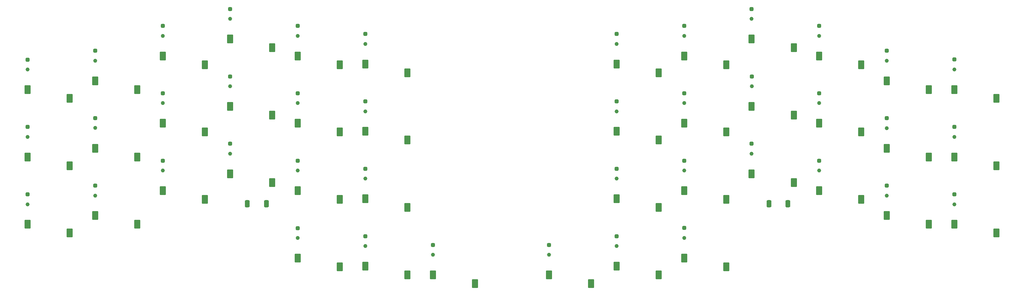
<source format=gbr>
%TF.GenerationSoftware,KiCad,Pcbnew,9.0.1*%
%TF.CreationDate,2025-04-16T23:21:15+03:00*%
%TF.ProjectId,turfing,74757266-696e-4672-9e6b-696361645f70,rev?*%
%TF.SameCoordinates,Original*%
%TF.FileFunction,Paste,Bot*%
%TF.FilePolarity,Positive*%
%FSLAX46Y46*%
G04 Gerber Fmt 4.6, Leading zero omitted, Abs format (unit mm)*
G04 Created by KiCad (PCBNEW 9.0.1) date 2025-04-16 23:21:15*
%MOMM*%
%LPD*%
G01*
G04 APERTURE LIST*
G04 Aperture macros list*
%AMRoundRect*
0 Rectangle with rounded corners*
0 $1 Rounding radius*
0 $2 $3 $4 $5 $6 $7 $8 $9 X,Y pos of 4 corners*
0 Add a 4 corners polygon primitive as box body*
4,1,4,$2,$3,$4,$5,$6,$7,$8,$9,$2,$3,0*
0 Add four circle primitives for the rounded corners*
1,1,$1+$1,$2,$3*
1,1,$1+$1,$4,$5*
1,1,$1+$1,$6,$7*
1,1,$1+$1,$8,$9*
0 Add four rect primitives between the rounded corners*
20,1,$1+$1,$2,$3,$4,$5,0*
20,1,$1+$1,$4,$5,$6,$7,0*
20,1,$1+$1,$6,$7,$8,$9,0*
20,1,$1+$1,$8,$9,$2,$3,0*%
G04 Aperture macros list end*
%ADD10RoundRect,0.200000X0.600000X0.900000X-0.600000X0.900000X-0.600000X-0.900000X0.600000X-0.900000X0*%
%ADD11RoundRect,0.250000X-0.250000X0.250000X-0.250000X-0.250000X0.250000X-0.250000X0.250000X0.250000X0*%
%ADD12C,1.000000*%
%ADD13RoundRect,0.250000X-0.350000X-0.650000X0.350000X-0.650000X0.350000X0.650000X-0.350000X0.650000X0*%
G04 APERTURE END LIST*
D10*
%TO.C,SW16*%
X58200000Y-109950000D03*
X68800000Y-112150000D03*
%TD*%
%TO.C,SW29*%
X189450000Y-92950000D03*
X200050000Y-95150000D03*
%TD*%
D11*
%TO.C,D31*%
X223452400Y-85375100D03*
D12*
X223452400Y-87875100D03*
%TD*%
D11*
%TO.C,D1*%
X109200000Y-70400100D03*
D12*
X109200000Y-72900100D03*
%TD*%
D10*
%TO.C,SW20*%
X109200000Y-128990000D03*
X119800000Y-131190000D03*
%TD*%
D11*
%TO.C,D32*%
X240452400Y-91675100D03*
D12*
X240452400Y-94175100D03*
%TD*%
D10*
%TO.C,SW42*%
X189450000Y-126950000D03*
X200050000Y-129150000D03*
%TD*%
D11*
%TO.C,D17*%
X41202400Y-108675100D03*
D12*
X41202400Y-111175100D03*
%TD*%
D11*
%TO.C,D10*%
X58200000Y-85375000D03*
D12*
X58200000Y-87875000D03*
%TD*%
D11*
%TO.C,D12*%
X24200000Y-93875000D03*
D12*
X24200000Y-96375000D03*
%TD*%
D10*
%TO.C,SW17*%
X41200000Y-116240000D03*
X51800000Y-118440000D03*
%TD*%
%TO.C,SW5*%
X41200000Y-82240000D03*
X51800000Y-84440000D03*
%TD*%
D11*
%TO.C,D27*%
X257450000Y-76875000D03*
D12*
X257450000Y-79375000D03*
%TD*%
D10*
%TO.C,SW10*%
X58200000Y-92950000D03*
X68800000Y-95150000D03*
%TD*%
D11*
%TO.C,D30*%
X206452400Y-81125100D03*
D12*
X206452400Y-83625100D03*
%TD*%
D10*
%TO.C,SW24*%
X206450000Y-71700000D03*
X217050000Y-73900000D03*
%TD*%
%TO.C,SW4*%
X58200000Y-75950000D03*
X68800000Y-78150000D03*
%TD*%
%TO.C,SW22*%
X172450000Y-77990000D03*
X183050000Y-80190000D03*
%TD*%
%TO.C,SW36*%
X206450000Y-105700000D03*
X217050000Y-107900000D03*
%TD*%
%TO.C,SW34*%
X172450000Y-111990000D03*
X183050000Y-114190000D03*
%TD*%
D11*
%TO.C,D14*%
X92202400Y-102375100D03*
D12*
X92202400Y-104875100D03*
%TD*%
D11*
%TO.C,D3*%
X75202400Y-64125100D03*
D12*
X75202400Y-66625100D03*
%TD*%
D10*
%TO.C,SW15*%
X75200000Y-105700000D03*
X85800000Y-107900000D03*
%TD*%
%TO.C,SW40*%
X155450000Y-131200000D03*
X166050000Y-133400000D03*
%TD*%
%TO.C,SW7*%
X109200000Y-94990000D03*
X119800000Y-97190000D03*
%TD*%
D11*
%TO.C,D21*%
X92227400Y-119400100D03*
D12*
X92227400Y-121900100D03*
%TD*%
D10*
%TO.C,SW23*%
X189450000Y-75950000D03*
X200050000Y-78150000D03*
%TD*%
D11*
%TO.C,D9*%
X75202400Y-81125100D03*
D12*
X75202400Y-83625100D03*
%TD*%
D10*
%TO.C,SW32*%
X240450000Y-99240000D03*
X251050000Y-101440000D03*
%TD*%
D11*
%TO.C,D22*%
X172452400Y-70425100D03*
D12*
X172452400Y-72925100D03*
%TD*%
D11*
%TO.C,D28*%
X172452400Y-87425100D03*
D12*
X172452400Y-89925100D03*
%TD*%
D11*
%TO.C,D39*%
X257452400Y-110875100D03*
D12*
X257452400Y-113375100D03*
%TD*%
D10*
%TO.C,SW3*%
X75200000Y-71700000D03*
X85800000Y-73900000D03*
%TD*%
D11*
%TO.C,D23*%
X189452400Y-68375100D03*
D12*
X189452400Y-70875100D03*
%TD*%
D10*
%TO.C,SW21*%
X92200000Y-126950000D03*
X102800000Y-129150000D03*
%TD*%
%TO.C,SW38*%
X240450000Y-116240000D03*
X251050000Y-118440000D03*
%TD*%
D11*
%TO.C,D5*%
X41202400Y-74675100D03*
D12*
X41202400Y-77175100D03*
%TD*%
D10*
%TO.C,SW25*%
X223450000Y-75950000D03*
X234050000Y-78150000D03*
%TD*%
%TO.C,SW8*%
X92200000Y-92950000D03*
X102800000Y-95150000D03*
%TD*%
D11*
%TO.C,D19*%
X126202400Y-123625100D03*
D12*
X126202400Y-126125100D03*
%TD*%
D10*
%TO.C,SW19*%
X126200000Y-131200000D03*
X136800000Y-133400000D03*
%TD*%
D11*
%TO.C,D26*%
X240452400Y-74650100D03*
D12*
X240452400Y-77150100D03*
%TD*%
D10*
%TO.C,SW30*%
X206450000Y-88700000D03*
X217050000Y-90900000D03*
%TD*%
D11*
%TO.C,D7*%
X109202400Y-87425100D03*
D12*
X109202400Y-89925100D03*
%TD*%
D10*
%TO.C,SW12*%
X24200000Y-101450000D03*
X34800000Y-103650000D03*
%TD*%
%TO.C,SW11*%
X41200000Y-99240000D03*
X51800000Y-101440000D03*
%TD*%
D13*
%TO.C,RS_L1*%
X79525000Y-113240000D03*
X84325000Y-113240000D03*
%TD*%
D11*
%TO.C,D38*%
X240452400Y-108675100D03*
D12*
X240452400Y-111175100D03*
%TD*%
D10*
%TO.C,SW27*%
X257450000Y-84450000D03*
X268050000Y-86650000D03*
%TD*%
D11*
%TO.C,D20*%
X109202400Y-121425100D03*
D12*
X109202400Y-123925100D03*
%TD*%
D11*
%TO.C,D41*%
X172450000Y-121425000D03*
D12*
X172450000Y-123925000D03*
%TD*%
D10*
%TO.C,SW13*%
X109200000Y-111990000D03*
X119800000Y-114190000D03*
%TD*%
D11*
%TO.C,D18*%
X24202400Y-110875100D03*
D12*
X24202400Y-113375100D03*
%TD*%
D11*
%TO.C,D24*%
X206450000Y-64125000D03*
D12*
X206450000Y-66625000D03*
%TD*%
D11*
%TO.C,D13*%
X109202400Y-104425100D03*
D12*
X109202400Y-106925100D03*
%TD*%
D11*
%TO.C,D4*%
X58202400Y-68375100D03*
D12*
X58202400Y-70875100D03*
%TD*%
D10*
%TO.C,SW35*%
X189450000Y-109950000D03*
X200050000Y-112150000D03*
%TD*%
%TO.C,SW31*%
X223450000Y-92950000D03*
X234050000Y-95150000D03*
%TD*%
%TO.C,SW2*%
X92200000Y-75950000D03*
X102800000Y-78150000D03*
%TD*%
D11*
%TO.C,D6*%
X24227400Y-76900100D03*
D12*
X24227400Y-79400100D03*
%TD*%
D10*
%TO.C,SW9*%
X75200000Y-88700000D03*
X85800000Y-90900000D03*
%TD*%
%TO.C,SW39*%
X257450000Y-118450000D03*
X268050000Y-120650000D03*
%TD*%
%TO.C,SW18*%
X24200000Y-118450000D03*
X34800000Y-120650000D03*
%TD*%
%TO.C,SW33*%
X257450000Y-101450000D03*
X268050000Y-103650000D03*
%TD*%
D11*
%TO.C,D37*%
X223452400Y-102375100D03*
D12*
X223452400Y-104875100D03*
%TD*%
D11*
%TO.C,D25*%
X223452400Y-68375100D03*
D12*
X223452400Y-70875100D03*
%TD*%
D10*
%TO.C,SW14*%
X92200000Y-109950000D03*
X102800000Y-112150000D03*
%TD*%
D11*
%TO.C,D42*%
X189452400Y-119375100D03*
D12*
X189452400Y-121875100D03*
%TD*%
D11*
%TO.C,D11*%
X41202400Y-91650100D03*
D12*
X41202400Y-94150100D03*
%TD*%
D11*
%TO.C,D34*%
X172452400Y-104425100D03*
D12*
X172452400Y-106925100D03*
%TD*%
D10*
%TO.C,SW6*%
X24200000Y-84450000D03*
X34800000Y-86650000D03*
%TD*%
D11*
%TO.C,D15*%
X75202400Y-98125100D03*
D12*
X75202400Y-100625100D03*
%TD*%
D11*
%TO.C,D2*%
X92202400Y-68375100D03*
D12*
X92202400Y-70875100D03*
%TD*%
D11*
%TO.C,D33*%
X257452400Y-93875100D03*
D12*
X257452400Y-96375100D03*
%TD*%
D11*
%TO.C,D29*%
X189452400Y-85375100D03*
D12*
X189452400Y-87875100D03*
%TD*%
D10*
%TO.C,SW1*%
X109200000Y-77990000D03*
X119800000Y-80190000D03*
%TD*%
D11*
%TO.C,D36*%
X206450000Y-98125000D03*
D12*
X206450000Y-100625000D03*
%TD*%
D11*
%TO.C,D40*%
X155452400Y-123625100D03*
D12*
X155452400Y-126125100D03*
%TD*%
D11*
%TO.C,D16*%
X58202400Y-102375100D03*
D12*
X58202400Y-104875100D03*
%TD*%
D10*
%TO.C,SW41*%
X172450000Y-128990000D03*
X183050000Y-131190000D03*
%TD*%
D11*
%TO.C,D35*%
X189450000Y-102375000D03*
D12*
X189450000Y-104875000D03*
%TD*%
D10*
%TO.C,SW28*%
X172450000Y-94990000D03*
X183050000Y-97190000D03*
%TD*%
%TO.C,SW26*%
X240450000Y-82240000D03*
X251050000Y-84440000D03*
%TD*%
%TO.C,SW37*%
X223450000Y-109950000D03*
X234050000Y-112150000D03*
%TD*%
D11*
%TO.C,D8*%
X92200000Y-85375000D03*
D12*
X92200000Y-87875000D03*
%TD*%
D13*
%TO.C,RS_R1*%
X210775000Y-113240000D03*
X215575000Y-113240000D03*
%TD*%
M02*

</source>
